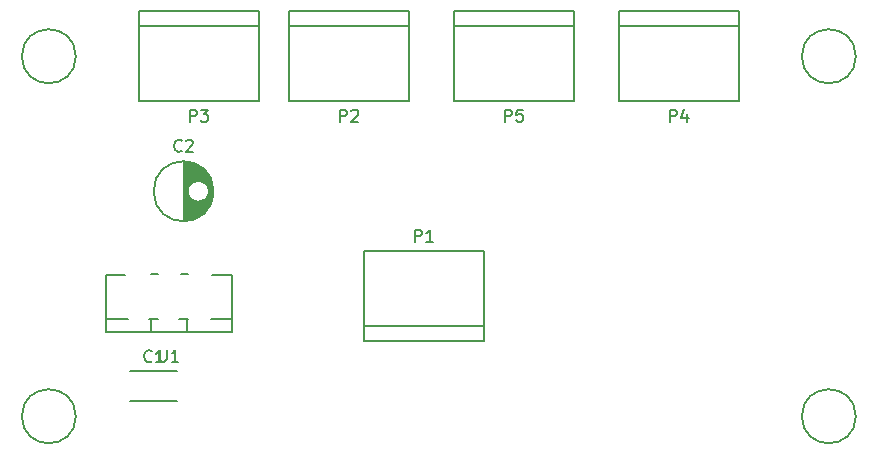
<source format=gbr>
G04 #@! TF.FileFunction,Legend,Top*
%FSLAX46Y46*%
G04 Gerber Fmt 4.6, Leading zero omitted, Abs format (unit mm)*
G04 Created by KiCad (PCBNEW 4.0.2+dfsg1-2~bpo8+1-stable) date Wed 12 Jul 2017 11:55:26 PM EEST*
%MOMM*%
G01*
G04 APERTURE LIST*
%ADD10C,0.050000*%
%ADD11C,0.150000*%
G04 APERTURE END LIST*
D10*
D11*
X124980000Y-116860000D02*
X128980000Y-116860000D01*
X124980000Y-119360000D02*
X128980000Y-119360000D01*
X129595000Y-99101000D02*
X129595000Y-104099000D01*
X129735000Y-99109000D02*
X129735000Y-104091000D01*
X129875000Y-99125000D02*
X129875000Y-101505000D01*
X129875000Y-101695000D02*
X129875000Y-104075000D01*
X130015000Y-99149000D02*
X130015000Y-101110000D01*
X130015000Y-102090000D02*
X130015000Y-104051000D01*
X130155000Y-99182000D02*
X130155000Y-100943000D01*
X130155000Y-102257000D02*
X130155000Y-104018000D01*
X130295000Y-99223000D02*
X130295000Y-100836000D01*
X130295000Y-102364000D02*
X130295000Y-103977000D01*
X130435000Y-99273000D02*
X130435000Y-100765000D01*
X130435000Y-102435000D02*
X130435000Y-103927000D01*
X130575000Y-99334000D02*
X130575000Y-100721000D01*
X130575000Y-102479000D02*
X130575000Y-103866000D01*
X130715000Y-99404000D02*
X130715000Y-100702000D01*
X130715000Y-102498000D02*
X130715000Y-103796000D01*
X130855000Y-99486000D02*
X130855000Y-100704000D01*
X130855000Y-102496000D02*
X130855000Y-103714000D01*
X130995000Y-99581000D02*
X130995000Y-100729000D01*
X130995000Y-102471000D02*
X130995000Y-103619000D01*
X131135000Y-99692000D02*
X131135000Y-100777000D01*
X131135000Y-102423000D02*
X131135000Y-103508000D01*
X131275000Y-99820000D02*
X131275000Y-100855000D01*
X131275000Y-102345000D02*
X131275000Y-103380000D01*
X131415000Y-99969000D02*
X131415000Y-100972000D01*
X131415000Y-102228000D02*
X131415000Y-103231000D01*
X131555000Y-100148000D02*
X131555000Y-101160000D01*
X131555000Y-102040000D02*
X131555000Y-103052000D01*
X131695000Y-100367000D02*
X131695000Y-102833000D01*
X131835000Y-100656000D02*
X131835000Y-102544000D01*
X131975000Y-101128000D02*
X131975000Y-102072000D01*
X131670000Y-101600000D02*
G75*
G03X131670000Y-101600000I-900000J0D01*
G01*
X132057500Y-101600000D02*
G75*
G03X132057500Y-101600000I-2537500J0D01*
G01*
X154940000Y-113030000D02*
X144780000Y-113030000D01*
X154940000Y-114300000D02*
X154940000Y-106680000D01*
X154940000Y-106680000D02*
X144780000Y-106680000D01*
X144780000Y-106680000D02*
X144780000Y-114300000D01*
X144780000Y-114300000D02*
X154940000Y-114300000D01*
X138430000Y-87630000D02*
X148590000Y-87630000D01*
X138430000Y-86360000D02*
X138430000Y-93980000D01*
X138430000Y-93980000D02*
X148590000Y-93980000D01*
X148590000Y-93980000D02*
X148590000Y-86360000D01*
X148590000Y-86360000D02*
X138430000Y-86360000D01*
X125730000Y-87630000D02*
X135890000Y-87630000D01*
X125730000Y-86360000D02*
X125730000Y-93980000D01*
X125730000Y-93980000D02*
X135890000Y-93980000D01*
X135890000Y-93980000D02*
X135890000Y-86360000D01*
X135890000Y-86360000D02*
X125730000Y-86360000D01*
X166370000Y-87630000D02*
X176530000Y-87630000D01*
X166370000Y-86360000D02*
X166370000Y-93980000D01*
X166370000Y-93980000D02*
X176530000Y-93980000D01*
X176530000Y-93980000D02*
X176530000Y-86360000D01*
X176530000Y-86360000D02*
X166370000Y-86360000D01*
X152400000Y-87630000D02*
X162560000Y-87630000D01*
X152400000Y-86360000D02*
X152400000Y-93980000D01*
X152400000Y-93980000D02*
X162560000Y-93980000D01*
X162560000Y-93980000D02*
X162560000Y-86360000D01*
X162560000Y-86360000D02*
X152400000Y-86360000D01*
X122936000Y-112395000D02*
X124841000Y-112395000D01*
X127381000Y-112395000D02*
X126619000Y-112395000D01*
X129794000Y-112395000D02*
X129921000Y-112395000D01*
X129794000Y-112395000D02*
X129159000Y-112395000D01*
X133604000Y-112395000D02*
X131826000Y-112395000D01*
X133604000Y-108712000D02*
X131953000Y-108712000D01*
X129286000Y-108585000D02*
X129921000Y-108585000D01*
X126746000Y-108585000D02*
X127381000Y-108585000D01*
X122936000Y-108712000D02*
X124587000Y-108712000D01*
X129794000Y-113538000D02*
X129794000Y-112395000D01*
X126746000Y-113538000D02*
X126746000Y-112395000D01*
X122936000Y-112395000D02*
X122936000Y-108712000D01*
X133604000Y-108712000D02*
X133604000Y-112395000D01*
X122936000Y-113538000D02*
X122936000Y-112395000D01*
X133604000Y-112395000D02*
X133604000Y-113538000D01*
X128270000Y-113538000D02*
X133604000Y-113538000D01*
X128270000Y-113538000D02*
X122936000Y-113538000D01*
X186436000Y-90170000D02*
G75*
G03X186436000Y-90170000I-2286000J0D01*
G01*
X120396000Y-90170000D02*
G75*
G03X120396000Y-90170000I-2286000J0D01*
G01*
X120396000Y-120650000D02*
G75*
G03X120396000Y-120650000I-2286000J0D01*
G01*
X186436000Y-120650000D02*
G75*
G03X186436000Y-120650000I-2286000J0D01*
G01*
X126813334Y-115967143D02*
X126765715Y-116014762D01*
X126622858Y-116062381D01*
X126527620Y-116062381D01*
X126384762Y-116014762D01*
X126289524Y-115919524D01*
X126241905Y-115824286D01*
X126194286Y-115633810D01*
X126194286Y-115490952D01*
X126241905Y-115300476D01*
X126289524Y-115205238D01*
X126384762Y-115110000D01*
X126527620Y-115062381D01*
X126622858Y-115062381D01*
X126765715Y-115110000D01*
X126813334Y-115157619D01*
X127765715Y-116062381D02*
X127194286Y-116062381D01*
X127480000Y-116062381D02*
X127480000Y-115062381D01*
X127384762Y-115205238D01*
X127289524Y-115300476D01*
X127194286Y-115348095D01*
X129353334Y-98157143D02*
X129305715Y-98204762D01*
X129162858Y-98252381D01*
X129067620Y-98252381D01*
X128924762Y-98204762D01*
X128829524Y-98109524D01*
X128781905Y-98014286D01*
X128734286Y-97823810D01*
X128734286Y-97680952D01*
X128781905Y-97490476D01*
X128829524Y-97395238D01*
X128924762Y-97300000D01*
X129067620Y-97252381D01*
X129162858Y-97252381D01*
X129305715Y-97300000D01*
X129353334Y-97347619D01*
X129734286Y-97347619D02*
X129781905Y-97300000D01*
X129877143Y-97252381D01*
X130115239Y-97252381D01*
X130210477Y-97300000D01*
X130258096Y-97347619D01*
X130305715Y-97442857D01*
X130305715Y-97538095D01*
X130258096Y-97680952D01*
X129686667Y-98252381D01*
X130305715Y-98252381D01*
X149121905Y-105862381D02*
X149121905Y-104862381D01*
X149502858Y-104862381D01*
X149598096Y-104910000D01*
X149645715Y-104957619D01*
X149693334Y-105052857D01*
X149693334Y-105195714D01*
X149645715Y-105290952D01*
X149598096Y-105338571D01*
X149502858Y-105386190D01*
X149121905Y-105386190D01*
X150645715Y-105862381D02*
X150074286Y-105862381D01*
X150360000Y-105862381D02*
X150360000Y-104862381D01*
X150264762Y-105005238D01*
X150169524Y-105100476D01*
X150074286Y-105148095D01*
X142771905Y-95702381D02*
X142771905Y-94702381D01*
X143152858Y-94702381D01*
X143248096Y-94750000D01*
X143295715Y-94797619D01*
X143343334Y-94892857D01*
X143343334Y-95035714D01*
X143295715Y-95130952D01*
X143248096Y-95178571D01*
X143152858Y-95226190D01*
X142771905Y-95226190D01*
X143724286Y-94797619D02*
X143771905Y-94750000D01*
X143867143Y-94702381D01*
X144105239Y-94702381D01*
X144200477Y-94750000D01*
X144248096Y-94797619D01*
X144295715Y-94892857D01*
X144295715Y-94988095D01*
X144248096Y-95130952D01*
X143676667Y-95702381D01*
X144295715Y-95702381D01*
X130071905Y-95702381D02*
X130071905Y-94702381D01*
X130452858Y-94702381D01*
X130548096Y-94750000D01*
X130595715Y-94797619D01*
X130643334Y-94892857D01*
X130643334Y-95035714D01*
X130595715Y-95130952D01*
X130548096Y-95178571D01*
X130452858Y-95226190D01*
X130071905Y-95226190D01*
X130976667Y-94702381D02*
X131595715Y-94702381D01*
X131262381Y-95083333D01*
X131405239Y-95083333D01*
X131500477Y-95130952D01*
X131548096Y-95178571D01*
X131595715Y-95273810D01*
X131595715Y-95511905D01*
X131548096Y-95607143D01*
X131500477Y-95654762D01*
X131405239Y-95702381D01*
X131119524Y-95702381D01*
X131024286Y-95654762D01*
X130976667Y-95607143D01*
X170711905Y-95702381D02*
X170711905Y-94702381D01*
X171092858Y-94702381D01*
X171188096Y-94750000D01*
X171235715Y-94797619D01*
X171283334Y-94892857D01*
X171283334Y-95035714D01*
X171235715Y-95130952D01*
X171188096Y-95178571D01*
X171092858Y-95226190D01*
X170711905Y-95226190D01*
X172140477Y-95035714D02*
X172140477Y-95702381D01*
X171902381Y-94654762D02*
X171664286Y-95369048D01*
X172283334Y-95369048D01*
X156741905Y-95702381D02*
X156741905Y-94702381D01*
X157122858Y-94702381D01*
X157218096Y-94750000D01*
X157265715Y-94797619D01*
X157313334Y-94892857D01*
X157313334Y-95035714D01*
X157265715Y-95130952D01*
X157218096Y-95178571D01*
X157122858Y-95226190D01*
X156741905Y-95226190D01*
X158218096Y-94702381D02*
X157741905Y-94702381D01*
X157694286Y-95178571D01*
X157741905Y-95130952D01*
X157837143Y-95083333D01*
X158075239Y-95083333D01*
X158170477Y-95130952D01*
X158218096Y-95178571D01*
X158265715Y-95273810D01*
X158265715Y-95511905D01*
X158218096Y-95607143D01*
X158170477Y-95654762D01*
X158075239Y-95702381D01*
X157837143Y-95702381D01*
X157741905Y-95654762D01*
X157694286Y-95607143D01*
X127508095Y-115022381D02*
X127508095Y-115831905D01*
X127555714Y-115927143D01*
X127603333Y-115974762D01*
X127698571Y-116022381D01*
X127889048Y-116022381D01*
X127984286Y-115974762D01*
X128031905Y-115927143D01*
X128079524Y-115831905D01*
X128079524Y-115022381D01*
X129079524Y-116022381D02*
X128508095Y-116022381D01*
X128793809Y-116022381D02*
X128793809Y-115022381D01*
X128698571Y-115165238D01*
X128603333Y-115260476D01*
X128508095Y-115308095D01*
M02*

</source>
